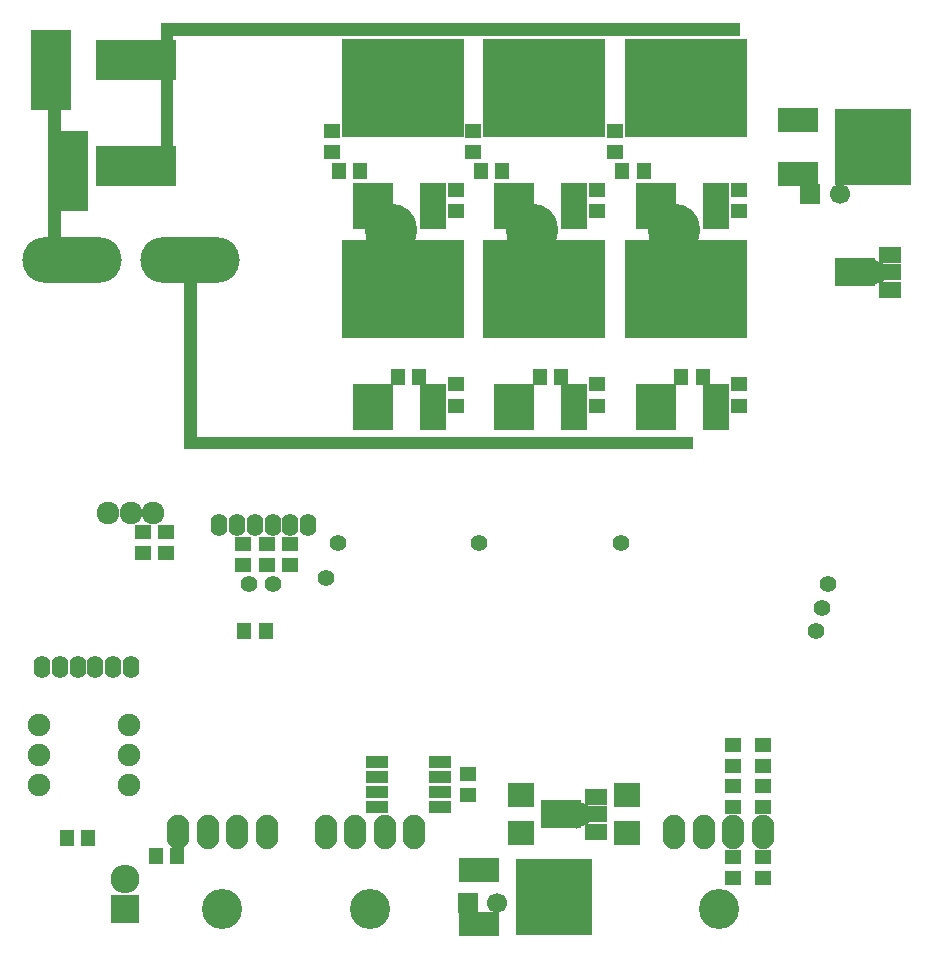
<source format=gbr>
G04 #@! TF.FileFunction,Soldermask,Bot*
%FSLAX46Y46*%
G04 Gerber Fmt 4.6, Leading zero omitted, Abs format (unit mm)*
G04 Created by KiCad (PCBNEW 4.0.6) date 03/21/17 17:18:28*
%MOMM*%
%LPD*%
G01*
G04 APERTURE LIST*
%ADD10C,0.100000*%
%ADD11R,1.400000X1.200000*%
%ADD12R,2.200000X3.900000*%
%ADD13R,3.400000X3.900000*%
%ADD14R,10.400000X8.400000*%
%ADD15R,1.200000X1.400000*%
%ADD16O,1.400000X1.924000*%
%ADD17O,1.900000X2.900000*%
%ADD18C,3.400000*%
%ADD19R,3.400000X6.900000*%
%ADD20R,6.851600X3.400000*%
%ADD21C,4.464000*%
%ADD22R,1.901140X1.400760*%
%ADD23R,3.399740X2.398980*%
%ADD24C,1.924000*%
%ADD25O,8.400000X3.900000*%
%ADD26R,3.448000X2.051000*%
%ADD27R,6.496000X6.496000*%
%ADD28C,1.700000*%
%ADD29R,1.700000X1.700000*%
%ADD30R,2.200000X2.000000*%
%ADD31R,1.950000X1.000000*%
%ADD32R,2.432000X2.432000*%
%ADD33O,2.432000X2.432000*%
%ADD34C,1.900000*%
%ADD35C,1.400000*%
%ADD36C,0.026000*%
G04 APERTURE END LIST*
D10*
D11*
X26000000Y-11400000D03*
X26000000Y-9600000D03*
X48500000Y-16400000D03*
X48500000Y-14600000D03*
X48500000Y-31100000D03*
X48500000Y-32900000D03*
X60500000Y-16400000D03*
X60500000Y-14600000D03*
X60500000Y-31100000D03*
X60500000Y-32900000D03*
X36500000Y-16400000D03*
X36500000Y-14600000D03*
X36500000Y-31100000D03*
X36500000Y-32900000D03*
D12*
X46540000Y-16000000D03*
D13*
X41460000Y-16000000D03*
D14*
X44000000Y-6000000D03*
D12*
X46540000Y-33000000D03*
D13*
X41460000Y-33000000D03*
D14*
X44000000Y-23000000D03*
D12*
X58540000Y-16000000D03*
D13*
X53460000Y-16000000D03*
D14*
X56000000Y-6000000D03*
D12*
X58540000Y-33000000D03*
D13*
X53460000Y-33000000D03*
D14*
X56000000Y-23000000D03*
D12*
X34540000Y-16000000D03*
D13*
X29460000Y-16000000D03*
D14*
X32000000Y-6000000D03*
D12*
X34540000Y-33000000D03*
D13*
X29460000Y-33000000D03*
D14*
X32000000Y-23000000D03*
D11*
X62500000Y-72900000D03*
X62500000Y-71100000D03*
X60000000Y-72900000D03*
X60000000Y-71100000D03*
X22500000Y-46400000D03*
X22500000Y-44600000D03*
X20500000Y-46400000D03*
X20500000Y-44600000D03*
X18500000Y-46400000D03*
X18500000Y-44600000D03*
D15*
X3600000Y-69500000D03*
X5400000Y-69500000D03*
X20400000Y-52000000D03*
X18600000Y-52000000D03*
D11*
X12000000Y-43600000D03*
X12000000Y-45400000D03*
D15*
X43600000Y-30500000D03*
X45400000Y-30500000D03*
X55600000Y-30500000D03*
X57400000Y-30500000D03*
X31600000Y-30500000D03*
X33400000Y-30500000D03*
D11*
X38000000Y-9600000D03*
X38000000Y-11400000D03*
X50000000Y-11400000D03*
X50000000Y-9600000D03*
X10000000Y-45400000D03*
X10000000Y-43600000D03*
D16*
X1500000Y-55000000D03*
X3000000Y-55000000D03*
X4500000Y-55000000D03*
X6000000Y-55000000D03*
X7500000Y-55000000D03*
X9000000Y-55000000D03*
X24000000Y-43000000D03*
X22500000Y-43000000D03*
X21000000Y-43000000D03*
X19500000Y-43000000D03*
X18000000Y-43000000D03*
X16500000Y-43000000D03*
D17*
X13000000Y-69000000D03*
X15500000Y-69000000D03*
X18000000Y-69000000D03*
X20500000Y-69000000D03*
D18*
X16750000Y-75500000D03*
D17*
X25500000Y-69000000D03*
X28000000Y-69000000D03*
X30500000Y-69000000D03*
X33000000Y-69000000D03*
D18*
X29250000Y-75500000D03*
D17*
X55000000Y-69000000D03*
X57500000Y-69000000D03*
X60000000Y-69000000D03*
X62500000Y-69000000D03*
D18*
X58750000Y-75500000D03*
D19*
X2200000Y-4500000D03*
D20*
X9400000Y-3600000D03*
D19*
X3700000Y-13000000D03*
D20*
X9400000Y-12600000D03*
D21*
X43000000Y-18000000D03*
X55000000Y-18000000D03*
X31000000Y-18000000D03*
D15*
X40400000Y-13000000D03*
X38600000Y-13000000D03*
X52400000Y-13000000D03*
X50600000Y-13000000D03*
X28400000Y-13000000D03*
X26600000Y-13000000D03*
D22*
X48351660Y-65998860D03*
X48351660Y-67500000D03*
X48351660Y-69001140D03*
D23*
X45400180Y-67500000D03*
D10*
G36*
X47823950Y-68200380D02*
X46674650Y-68700760D01*
X46674650Y-66299240D01*
X47823950Y-66799620D01*
X47823950Y-68200380D01*
X47823950Y-68200380D01*
G37*
D24*
X7090000Y-42000000D03*
X9000000Y-42000000D03*
X10910000Y-42000000D03*
D25*
X14000000Y-20600000D03*
X4000000Y-20600000D03*
D26*
X65500000Y-13286000D03*
D27*
X71850000Y-11000000D03*
D26*
X65500000Y-8714000D03*
D28*
X69000000Y-15000000D03*
D29*
X66500000Y-15000000D03*
D28*
X40000000Y-75000000D03*
D29*
X37500000Y-75000000D03*
D30*
X42000000Y-69100000D03*
X42000000Y-65900000D03*
X51000000Y-69100000D03*
X51000000Y-65900000D03*
D11*
X62500000Y-61600000D03*
X62500000Y-63400000D03*
X62500000Y-65100000D03*
X62500000Y-66900000D03*
X60000000Y-61600000D03*
X60000000Y-63400000D03*
X60000000Y-65100000D03*
X60000000Y-66900000D03*
D31*
X35200000Y-63095000D03*
X35200000Y-64365000D03*
X35200000Y-65635000D03*
X35200000Y-66905000D03*
X29800000Y-66905000D03*
X29800000Y-65635000D03*
X29800000Y-64365000D03*
X29800000Y-63095000D03*
D26*
X38500000Y-76786000D03*
D27*
X44850000Y-74500000D03*
D26*
X38500000Y-72214000D03*
D32*
X8500000Y-75500000D03*
D33*
X8500000Y-72960000D03*
D15*
X11100000Y-71000000D03*
X12900000Y-71000000D03*
D34*
X8810000Y-65040000D03*
X8810000Y-62500000D03*
X8810000Y-59960000D03*
X1190000Y-59960000D03*
X1190000Y-62500000D03*
X1190000Y-65040000D03*
D11*
X37500000Y-65900000D03*
X37500000Y-64100000D03*
D22*
X73251660Y-20098860D03*
X73251660Y-21600000D03*
X73251660Y-23101140D03*
D23*
X70300180Y-21600000D03*
D10*
G36*
X72723950Y-22300380D02*
X71574650Y-22800760D01*
X71574650Y-20399240D01*
X72723950Y-20899620D01*
X72723950Y-22300380D01*
X72723950Y-22300380D01*
G37*
D35*
X25500000Y-47500000D03*
X21000000Y-48000000D03*
X19000000Y-48000000D03*
X67000000Y-52000000D03*
X67500000Y-50000000D03*
X68000000Y-48000000D03*
X50500000Y-44500000D03*
X26500000Y-44500000D03*
X38500000Y-44500000D03*
D36*
G36*
X2987000Y-19487000D02*
X2013000Y-19487000D01*
X2013000Y-7013000D01*
X2987000Y-7013000D01*
X2987000Y-19487000D01*
X2987000Y-19487000D01*
G37*
X2987000Y-19487000D02*
X2013000Y-19487000D01*
X2013000Y-7013000D01*
X2987000Y-7013000D01*
X2987000Y-19487000D01*
G36*
X60487000Y-1487000D02*
X12500000Y-1487000D01*
X12494942Y-1488024D01*
X12490681Y-1490935D01*
X12487889Y-1495275D01*
X12487000Y-1500000D01*
X12487000Y-13987000D01*
X11513000Y-13987000D01*
X11513000Y-513000D01*
X60487000Y-513000D01*
X60487000Y-1487000D01*
X60487000Y-1487000D01*
G37*
X60487000Y-1487000D02*
X12500000Y-1487000D01*
X12494942Y-1488024D01*
X12490681Y-1490935D01*
X12487889Y-1495275D01*
X12487000Y-1500000D01*
X12487000Y-13987000D01*
X11513000Y-13987000D01*
X11513000Y-513000D01*
X60487000Y-513000D01*
X60487000Y-1487000D01*
G36*
X14487000Y-35500000D02*
X14488024Y-35505058D01*
X14490935Y-35509319D01*
X14495275Y-35512111D01*
X14500000Y-35513000D01*
X56487000Y-35513000D01*
X56487000Y-36487000D01*
X13513000Y-36487000D01*
X13513000Y-21513000D01*
X14487000Y-21513000D01*
X14487000Y-35500000D01*
X14487000Y-35500000D01*
G37*
X14487000Y-35500000D02*
X14488024Y-35505058D01*
X14490935Y-35509319D01*
X14495275Y-35512111D01*
X14500000Y-35513000D01*
X56487000Y-35513000D01*
X56487000Y-36487000D01*
X13513000Y-36487000D01*
X13513000Y-21513000D01*
X14487000Y-21513000D01*
X14487000Y-35500000D01*
M02*

</source>
